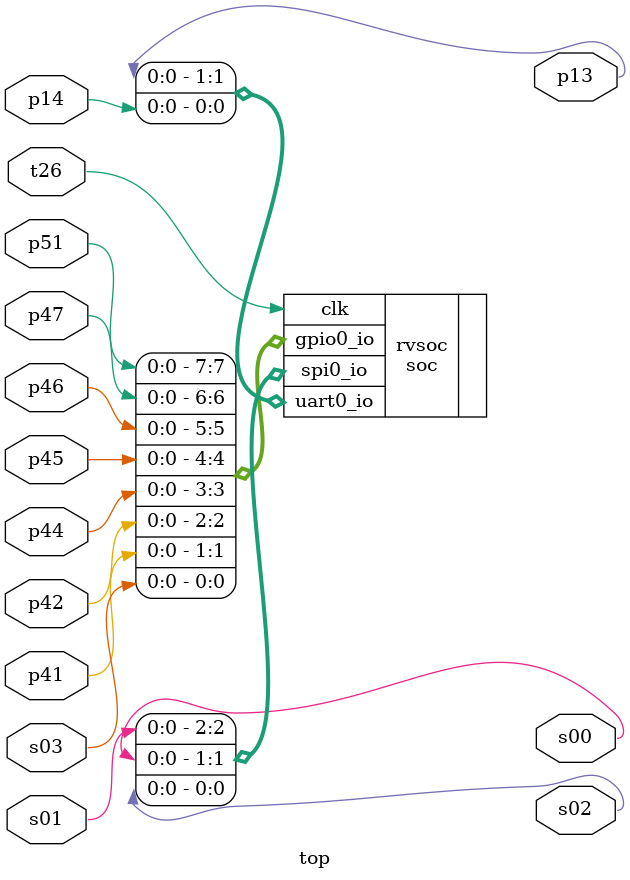
<source format=v>


// 64-bit soc definitions (reset address, bit field limits,...)
`include	"soc64.vh"

// PLL module type and name of input cock signal (for clocks.v)
`define		PLL_MODULE	SB_PLL40_CORE
`define		PLL_REFCLK	.REFERENCECLK

// connection to outside pins (hx8kbevn.pcf) and soc instantiation
module top (
	input		t26,		// clk, 12 MHz from FTDI osc
	input		p14,		// uart_rx,		uart0_io[0]
	output		p13,		// uart_tx,		uart0_io[1]
	output		s02,		// flash_clk,		spio0_io[0]
	output		s00,		// flash_mosi,		spio0_io[1]
	input		s01,		// flash_miso,		spio0_io[2]
	inout		s03,		// flash_ss,		gpio0_io[0]
	inout		p41,		// LED1, D8		gpio0_io[1]
	inout		p42,		// LED2, D7		gpio0_io[2]
	inout		p44,		// LED3, D6		gpio0_io[3]
	inout		p45,		// LED4, D5		gpio0_io[4]
	inout		p46,		// LED5, D4		gpio0_io[5]
	inout		p47,		// LED6, D3		gpio0_io[6]
	inout		p51		// LED7, D2		gpio0_io[7]
	);

	// soc instantiation
	soc rvsoc(
		.clk(t26),
		.uart0_io({p13,p14}),				// {uart_tx,uart_rx}
		.gpio0_io({p51,p47,p46,p45,p44,p42,p41,s03}),	// {7xLED,flash_csn}
		.spi0_io({s01,s00,s02})				// {flash_miso,flash_mosi,flash_clk}
	);

endmodule




</source>
